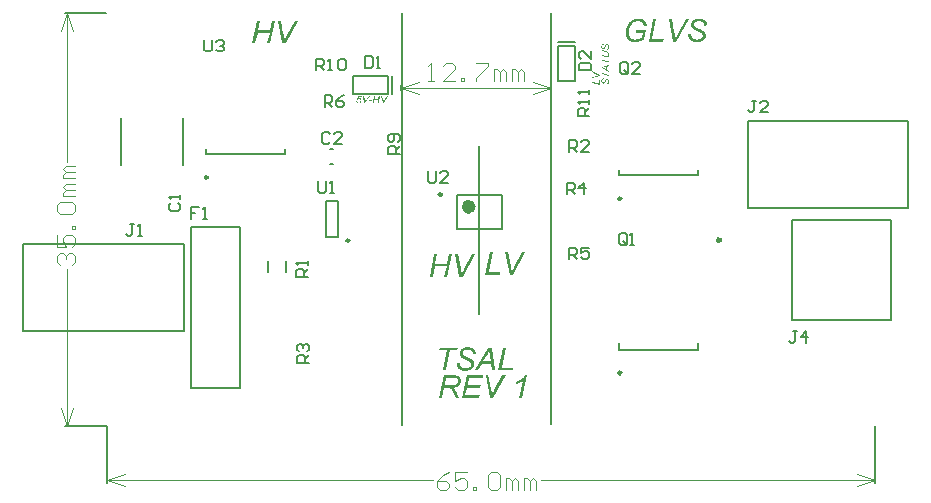
<source format=gto>
G04*
G04 #@! TF.GenerationSoftware,Altium Limited,Altium Designer,18.1.11 (251)*
G04*
G04 Layer_Color=65535*
%FSLAX25Y25*%
%MOIN*%
G70*
G01*
G75*
%ADD10C,0.00984*%
%ADD11C,0.02362*%
%ADD12C,0.01181*%
%ADD13C,0.00787*%
%ADD14C,0.00500*%
%ADD15C,0.00394*%
%ADD16C,0.00591*%
G36*
X54360Y127165D02*
X53365D01*
X54109Y130728D01*
X50174D01*
X49420Y127165D01*
X48425D01*
X50010Y134729D01*
X51005D01*
X50349Y131581D01*
X54284D01*
X54940Y134729D01*
X55945D01*
X54360Y127165D01*
D02*
G37*
G36*
X59443D02*
X58350D01*
X56907Y134729D01*
X57880D01*
X58754Y130215D01*
Y130204D01*
X58765Y130160D01*
X58776Y130095D01*
X58787Y130007D01*
X58809Y129909D01*
X58831Y129789D01*
X58852Y129657D01*
X58885Y129504D01*
X58929Y129198D01*
X58984Y128859D01*
X59027Y128542D01*
X59049Y128379D01*
X59071Y128236D01*
X59082Y128247D01*
X59093Y128280D01*
X59115Y128324D01*
X59148Y128400D01*
X59191Y128477D01*
X59235Y128575D01*
X59355Y128794D01*
X59475Y129034D01*
X59607Y129286D01*
X59738Y129537D01*
X59858Y129767D01*
X62547Y134729D01*
X63596D01*
X59443Y127165D01*
D02*
G37*
G36*
X120336Y25822D02*
X120434D01*
X120533Y25811D01*
X120642Y25789D01*
X120893Y25756D01*
X121145Y25701D01*
X121407Y25625D01*
X121658Y25516D01*
X121669D01*
X121691Y25505D01*
X121724Y25483D01*
X121768Y25461D01*
X121877Y25395D01*
X122008Y25297D01*
X122161Y25177D01*
X122314Y25035D01*
X122456Y24871D01*
X122576Y24685D01*
Y24674D01*
X122587Y24663D01*
X122620Y24598D01*
X122675Y24499D01*
X122729Y24368D01*
X122773Y24226D01*
X122828Y24062D01*
X122861Y23887D01*
X122871Y23712D01*
Y23701D01*
Y23668D01*
Y23625D01*
Y23548D01*
X121888Y23472D01*
Y23483D01*
Y23526D01*
Y23581D01*
X121877Y23658D01*
X121866Y23821D01*
X121844Y23898D01*
X121822Y23975D01*
Y23985D01*
X121800Y24029D01*
X121779Y24084D01*
X121746Y24160D01*
X121647Y24335D01*
X121582Y24423D01*
X121505Y24510D01*
X121494Y24521D01*
X121461Y24543D01*
X121418Y24587D01*
X121352Y24641D01*
X121265Y24696D01*
X121156Y24750D01*
X121035Y24805D01*
X120904Y24860D01*
X120882Y24871D01*
X120838Y24882D01*
X120762Y24904D01*
X120664Y24936D01*
X120543Y24958D01*
X120401Y24980D01*
X120237Y24991D01*
X120073Y25002D01*
X119997D01*
X119942Y24991D01*
X119866D01*
X119789Y24980D01*
X119603Y24958D01*
X119396Y24904D01*
X119177Y24838D01*
X118970Y24750D01*
X118784Y24619D01*
X118773Y24608D01*
X118729Y24565D01*
X118674Y24510D01*
X118620Y24423D01*
X118554Y24313D01*
X118500Y24182D01*
X118456Y24029D01*
X118445Y23865D01*
Y23854D01*
Y23821D01*
X118456Y23767D01*
X118467Y23701D01*
X118510Y23537D01*
X118543Y23450D01*
X118587Y23362D01*
X118598Y23351D01*
X118620Y23330D01*
X118652Y23286D01*
X118707Y23231D01*
X118773Y23166D01*
X118860Y23089D01*
X118970Y23013D01*
X119101Y22936D01*
X119112Y22925D01*
X119155Y22903D01*
X119243Y22860D01*
X119297Y22838D01*
X119363Y22805D01*
X119439Y22761D01*
X119538Y22717D01*
X119636Y22674D01*
X119756Y22619D01*
X119888Y22554D01*
X120041Y22488D01*
X120205Y22411D01*
X120379Y22335D01*
X120390D01*
X120412Y22324D01*
X120456Y22302D01*
X120511Y22280D01*
X120576Y22248D01*
X120653Y22215D01*
X120828Y22127D01*
X121002Y22040D01*
X121188Y21941D01*
X121363Y21854D01*
X121429Y21810D01*
X121494Y21767D01*
X121516Y21756D01*
X121560Y21723D01*
X121636Y21657D01*
X121735Y21581D01*
X121833Y21482D01*
X121942Y21373D01*
X122041Y21242D01*
X122128Y21100D01*
X122139Y21078D01*
X122161Y21034D01*
X122205Y20958D01*
X122248Y20849D01*
X122281Y20717D01*
X122325Y20575D01*
X122347Y20400D01*
X122358Y20225D01*
Y20215D01*
Y20193D01*
Y20160D01*
X122347Y20116D01*
X122336Y19996D01*
X122314Y19854D01*
X122259Y19668D01*
X122194Y19482D01*
X122106Y19275D01*
X121975Y19078D01*
Y19067D01*
X121953Y19056D01*
X121910Y18990D01*
X121822Y18903D01*
X121702Y18783D01*
X121560Y18663D01*
X121385Y18520D01*
X121177Y18400D01*
X120937Y18280D01*
X120926D01*
X120904Y18269D01*
X120871Y18258D01*
X120817Y18236D01*
X120762Y18214D01*
X120686Y18192D01*
X120598Y18171D01*
X120500Y18149D01*
X120281Y18094D01*
X120030Y18050D01*
X119735Y18018D01*
X119429Y18007D01*
X119308D01*
X119221Y18018D01*
X119112Y18029D01*
X118980Y18040D01*
X118838Y18050D01*
X118685Y18072D01*
X118357Y18138D01*
X118008Y18247D01*
X117833Y18302D01*
X117658Y18378D01*
X117494Y18466D01*
X117330Y18564D01*
X117319Y18575D01*
X117297Y18586D01*
X117253Y18630D01*
X117199Y18673D01*
X117144Y18739D01*
X117079Y18815D01*
X117002Y18914D01*
X116926Y19023D01*
X116849Y19154D01*
X116773Y19296D01*
X116707Y19460D01*
X116652Y19646D01*
X116598Y19854D01*
X116554Y20073D01*
X116532Y20313D01*
X116521Y20575D01*
X117516Y20674D01*
X117505Y20400D01*
Y20379D01*
Y20324D01*
X117516Y20247D01*
X117527Y20138D01*
X117549Y20007D01*
X117592Y19876D01*
X117636Y19734D01*
X117702Y19592D01*
X117712Y19581D01*
X117745Y19537D01*
X117789Y19471D01*
X117855Y19384D01*
X117953Y19296D01*
X118062Y19209D01*
X118193Y19111D01*
X118357Y19034D01*
X118368D01*
X118379Y19023D01*
X118445Y19001D01*
X118543Y18969D01*
X118674Y18936D01*
X118838Y18903D01*
X119024Y18870D01*
X119243Y18848D01*
X119472Y18837D01*
X119560D01*
X119625Y18848D01*
X119702D01*
X119789Y18859D01*
X119986Y18892D01*
X120215Y18936D01*
X120445Y19001D01*
X120664Y19100D01*
X120860Y19231D01*
X120871D01*
X120882Y19253D01*
X120937Y19307D01*
X121013Y19384D01*
X121101Y19493D01*
X121188Y19635D01*
X121265Y19788D01*
X121319Y19963D01*
X121341Y20051D01*
Y20149D01*
Y20160D01*
Y20204D01*
X121330Y20280D01*
X121309Y20357D01*
X121276Y20455D01*
X121232Y20564D01*
X121166Y20685D01*
X121079Y20794D01*
X121068Y20805D01*
X121024Y20849D01*
X120981Y20881D01*
X120937Y20914D01*
X120882Y20958D01*
X120806Y21001D01*
X120729Y21056D01*
X120620Y21111D01*
X120511Y21176D01*
X120379Y21253D01*
X120226Y21329D01*
X120062Y21406D01*
X119877Y21493D01*
X119669Y21581D01*
X119658D01*
X119625Y21603D01*
X119582Y21614D01*
X119527Y21646D01*
X119450Y21679D01*
X119374Y21712D01*
X119188Y21799D01*
X118980Y21898D01*
X118784Y21996D01*
X118598Y22095D01*
X118521Y22138D01*
X118456Y22182D01*
X118445D01*
X118434Y22193D01*
X118368Y22237D01*
X118281Y22302D01*
X118172Y22401D01*
X118051Y22499D01*
X117920Y22630D01*
X117800Y22761D01*
X117702Y22903D01*
X117691Y22925D01*
X117669Y22980D01*
X117625Y23056D01*
X117581Y23166D01*
X117538Y23308D01*
X117494Y23461D01*
X117472Y23625D01*
X117461Y23810D01*
Y23821D01*
Y23832D01*
Y23865D01*
Y23909D01*
X117483Y24018D01*
X117505Y24160D01*
X117538Y24324D01*
X117592Y24499D01*
X117669Y24685D01*
X117778Y24860D01*
Y24871D01*
X117789Y24882D01*
X117833Y24936D01*
X117909Y25024D01*
X118019Y25122D01*
X118150Y25242D01*
X118303Y25363D01*
X118489Y25483D01*
X118707Y25581D01*
X118718D01*
X118740Y25592D01*
X118773Y25603D01*
X118816Y25625D01*
X118871Y25636D01*
X118948Y25658D01*
X119112Y25712D01*
X119319Y25756D01*
X119560Y25789D01*
X119822Y25822D01*
X120106Y25833D01*
X120259D01*
X120336Y25822D01*
D02*
G37*
G36*
X131506Y18990D02*
X135419D01*
X135233Y18138D01*
X130326D01*
X131911Y25701D01*
X132905D01*
X131506Y18990D01*
D02*
G37*
G36*
X129342Y18138D02*
X128358D01*
X128009Y20313D01*
X124937D01*
X123724Y18138D01*
X122609D01*
X126894Y25701D01*
X128096D01*
X129342Y18138D01*
D02*
G37*
G36*
X116630Y24849D02*
X114171D01*
X112761Y18138D01*
X111767D01*
X113166Y24849D01*
X110630D01*
X110816Y25701D01*
X116805D01*
X116630Y24849D01*
D02*
G37*
G36*
X128654Y8898D02*
X127560D01*
X126118Y16461D01*
X127091D01*
X127965Y11947D01*
Y11936D01*
X127976Y11892D01*
X127987Y11827D01*
X127998Y11739D01*
X128019Y11641D01*
X128041Y11521D01*
X128063Y11390D01*
X128096Y11237D01*
X128140Y10931D01*
X128194Y10592D01*
X128238Y10275D01*
X128260Y10111D01*
X128282Y9969D01*
X128293Y9980D01*
X128304Y10012D01*
X128326Y10056D01*
X128358Y10133D01*
X128402Y10209D01*
X128446Y10308D01*
X128566Y10526D01*
X128686Y10767D01*
X128817Y11018D01*
X128949Y11270D01*
X129069Y11499D01*
X131758Y16461D01*
X132807D01*
X128654Y8898D01*
D02*
G37*
G36*
X138272D02*
X137343D01*
X138534Y14603D01*
X138523Y14592D01*
X138501Y14581D01*
X138458Y14548D01*
X138392Y14505D01*
X138316Y14450D01*
X138217Y14395D01*
X138097Y14319D01*
X137966Y14253D01*
X137824Y14177D01*
X137660Y14100D01*
X137485Y14013D01*
X137288Y13936D01*
X137070Y13849D01*
X136851Y13772D01*
X136610Y13696D01*
X136348Y13630D01*
X136523Y14472D01*
X136534D01*
X136556Y14483D01*
X136589Y14505D01*
X136643Y14527D01*
X136709Y14548D01*
X136785Y14581D01*
X136960Y14669D01*
X137168Y14767D01*
X137398Y14887D01*
X137649Y15029D01*
X137900Y15193D01*
X137911Y15204D01*
X137933Y15215D01*
X137966Y15237D01*
X138010Y15270D01*
X138130Y15357D01*
X138283Y15467D01*
X138447Y15587D01*
X138622Y15718D01*
X138786Y15849D01*
X138928Y15980D01*
X138939Y15991D01*
X138961Y16013D01*
X139004Y16068D01*
X139048Y16122D01*
X139102Y16199D01*
X139168Y16286D01*
X139245Y16385D01*
X139310Y16494D01*
X139857D01*
X138272Y8898D01*
D02*
G37*
G36*
X125101Y15609D02*
X120609D01*
X120117Y13237D01*
X124522D01*
X124336Y12384D01*
X119931D01*
X119385Y9750D01*
X124183D01*
X123997Y8898D01*
X118204D01*
X119789Y16461D01*
X125287D01*
X125101Y15609D01*
D02*
G37*
G36*
X115712Y16450D02*
X115920Y16439D01*
X116149Y16418D01*
X116379Y16396D01*
X116609Y16352D01*
X116805Y16297D01*
X116816D01*
X116827Y16286D01*
X116882Y16264D01*
X116980Y16221D01*
X117089Y16166D01*
X117210Y16090D01*
X117341Y15980D01*
X117461Y15860D01*
X117570Y15707D01*
X117581Y15685D01*
X117614Y15631D01*
X117658Y15532D01*
X117712Y15412D01*
X117767Y15248D01*
X117811Y15062D01*
X117844Y14854D01*
X117855Y14614D01*
Y14603D01*
Y14570D01*
Y14527D01*
X117844Y14461D01*
X117833Y14385D01*
X117822Y14286D01*
X117778Y14078D01*
X117702Y13827D01*
X117592Y13576D01*
X117527Y13444D01*
X117450Y13313D01*
X117352Y13193D01*
X117243Y13073D01*
X117232Y13062D01*
X117210Y13051D01*
X117177Y13018D01*
X117133Y12975D01*
X117068Y12931D01*
X116980Y12876D01*
X116882Y12811D01*
X116773Y12756D01*
X116652Y12690D01*
X116499Y12625D01*
X116346Y12559D01*
X116171Y12494D01*
X115975Y12439D01*
X115767Y12384D01*
X115538Y12330D01*
X115297Y12297D01*
X115319Y12286D01*
X115363Y12242D01*
X115439Y12188D01*
X115526Y12111D01*
X115636Y12013D01*
X115734Y11914D01*
X115833Y11805D01*
X115920Y11696D01*
X115931Y11685D01*
X115942Y11663D01*
X115964Y11630D01*
X115997Y11575D01*
X116040Y11521D01*
X116084Y11444D01*
X116193Y11270D01*
X116314Y11062D01*
X116434Y10832D01*
X116565Y10581D01*
X116674Y10318D01*
X117253Y8898D01*
X116128D01*
X115581Y10308D01*
Y10318D01*
X115570Y10340D01*
X115548Y10384D01*
X115526Y10439D01*
X115505Y10504D01*
X115472Y10581D01*
X115384Y10756D01*
X115286Y10963D01*
X115177Y11182D01*
X115046Y11401D01*
X114915Y11619D01*
X114903Y11641D01*
X114871Y11685D01*
X114816Y11750D01*
X114751Y11827D01*
X114674Y11914D01*
X114587Y11991D01*
X114488Y12067D01*
X114390Y12122D01*
X114379Y12133D01*
X114335Y12144D01*
X114270Y12166D01*
X114182Y12188D01*
X114062Y12209D01*
X113909Y12231D01*
X113723Y12253D01*
X112335D01*
X111625Y8898D01*
X110630D01*
X112215Y16461D01*
X115614D01*
X115712Y16450D01*
D02*
G37*
G36*
X90435Y107130D02*
X90103D01*
X90351Y108317D01*
X89040D01*
X88789Y107130D01*
X88458D01*
X88986Y109649D01*
X89317D01*
X89099Y108601D01*
X90409D01*
X90627Y109649D01*
X90962D01*
X90435Y107130D01*
D02*
G37*
G36*
X88247Y107887D02*
X87297D01*
X87362Y108197D01*
X88309D01*
X88247Y107887D01*
D02*
G37*
G36*
X92127Y107130D02*
X91763D01*
X91283Y109649D01*
X91607D01*
X91898Y108146D01*
Y108142D01*
X91901Y108128D01*
X91905Y108106D01*
X91909Y108077D01*
X91916Y108044D01*
X91923Y108004D01*
X91931Y107960D01*
X91941Y107909D01*
X91956Y107807D01*
X91974Y107694D01*
X91989Y107589D01*
X91996Y107534D01*
X92003Y107487D01*
X92007Y107491D01*
X92011Y107502D01*
X92018Y107516D01*
X92029Y107542D01*
X92044Y107567D01*
X92058Y107600D01*
X92098Y107673D01*
X92138Y107753D01*
X92182Y107836D01*
X92225Y107920D01*
X92265Y107997D01*
X93161Y109649D01*
X93510D01*
X92127Y107130D01*
D02*
G37*
G36*
X86067D02*
X85703D01*
X85222Y109649D01*
X85546D01*
X85837Y108146D01*
Y108142D01*
X85841Y108128D01*
X85844Y108106D01*
X85848Y108077D01*
X85856Y108044D01*
X85863Y108004D01*
X85870Y107960D01*
X85881Y107909D01*
X85896Y107807D01*
X85914Y107694D01*
X85928Y107589D01*
X85935Y107534D01*
X85943Y107487D01*
X85947Y107491D01*
X85950Y107502D01*
X85957Y107516D01*
X85968Y107542D01*
X85983Y107567D01*
X85997Y107600D01*
X86037Y107673D01*
X86077Y107753D01*
X86121Y107836D01*
X86165Y107920D01*
X86205Y107997D01*
X87100Y109649D01*
X87450D01*
X86067Y107130D01*
D02*
G37*
G36*
X84782Y109333D02*
X83821D01*
X83631Y108688D01*
X83635Y108692D01*
X83650Y108699D01*
X83671Y108714D01*
X83701Y108732D01*
X83733Y108750D01*
X83770Y108768D01*
X83850Y108805D01*
X83854Y108808D01*
X83868Y108812D01*
X83894Y108819D01*
X83923Y108826D01*
X83955Y108834D01*
X83995Y108837D01*
X84039Y108845D01*
X84112D01*
X84130Y108841D01*
X84156Y108837D01*
X84185Y108834D01*
X84250Y108819D01*
X84323Y108797D01*
X84403Y108765D01*
X84443Y108743D01*
X84483Y108717D01*
X84520Y108685D01*
X84556Y108652D01*
X84560Y108648D01*
X84563Y108644D01*
X84574Y108634D01*
X84585Y108615D01*
X84600Y108597D01*
X84614Y108575D01*
X84632Y108546D01*
X84651Y108517D01*
X84669Y108481D01*
X84687Y108441D01*
X84702Y108397D01*
X84716Y108350D01*
X84727Y108299D01*
X84738Y108248D01*
X84742Y108189D01*
X84745Y108128D01*
Y108124D01*
Y108117D01*
Y108098D01*
X84742Y108080D01*
Y108055D01*
X84738Y108022D01*
X84734Y107989D01*
X84731Y107953D01*
X84712Y107869D01*
X84691Y107782D01*
X84662Y107687D01*
X84618Y107593D01*
Y107589D01*
X84611Y107582D01*
X84603Y107571D01*
X84596Y107553D01*
X84567Y107509D01*
X84527Y107454D01*
X84476Y107392D01*
X84414Y107331D01*
X84345Y107272D01*
X84265Y107218D01*
X84261D01*
X84254Y107210D01*
X84243Y107207D01*
X84225Y107196D01*
X84206Y107188D01*
X84181Y107178D01*
X84123Y107152D01*
X84050Y107127D01*
X83970Y107108D01*
X83879Y107094D01*
X83784Y107087D01*
X83748D01*
X83708Y107090D01*
X83657Y107097D01*
X83595Y107108D01*
X83533Y107127D01*
X83468Y107149D01*
X83402Y107181D01*
X83395Y107185D01*
X83373Y107200D01*
X83344Y107221D01*
X83307Y107250D01*
X83267Y107290D01*
X83227Y107338D01*
X83187Y107389D01*
X83151Y107451D01*
Y107454D01*
X83147Y107458D01*
X83140Y107480D01*
X83126Y107516D01*
X83111Y107560D01*
X83096Y107611D01*
X83082Y107669D01*
X83074Y107731D01*
X83071Y107796D01*
Y107800D01*
Y107811D01*
Y107826D01*
Y107851D01*
X83384Y107884D01*
Y107880D01*
Y107873D01*
Y107847D01*
Y107818D01*
Y107807D01*
Y107800D01*
Y107796D01*
Y107782D01*
X83388Y107760D01*
X83391Y107731D01*
X83398Y107694D01*
X83406Y107654D01*
X83420Y107614D01*
X83438Y107571D01*
X83442Y107567D01*
X83449Y107553D01*
X83464Y107531D01*
X83478Y107505D01*
X83504Y107476D01*
X83530Y107447D01*
X83559Y107418D01*
X83595Y107392D01*
X83599Y107389D01*
X83613Y107385D01*
X83631Y107374D01*
X83657Y107363D01*
X83690Y107352D01*
X83726Y107345D01*
X83766Y107338D01*
X83806Y107334D01*
X83832D01*
X83861Y107338D01*
X83897Y107345D01*
X83941Y107360D01*
X83988Y107374D01*
X84043Y107400D01*
X84097Y107432D01*
X84105Y107436D01*
X84123Y107451D01*
X84152Y107473D01*
X84185Y107505D01*
X84225Y107545D01*
X84265Y107596D01*
X84305Y107654D01*
X84341Y107720D01*
Y107724D01*
X84345Y107727D01*
X84348Y107738D01*
X84356Y107753D01*
X84370Y107793D01*
X84389Y107840D01*
X84407Y107898D01*
X84421Y107964D01*
X84432Y108033D01*
X84436Y108102D01*
Y108106D01*
Y108113D01*
Y108124D01*
X84432Y108139D01*
X84429Y108175D01*
X84421Y108222D01*
X84403Y108277D01*
X84381Y108335D01*
X84352Y108390D01*
X84308Y108441D01*
X84301Y108448D01*
X84287Y108463D01*
X84258Y108481D01*
X84221Y108506D01*
X84174Y108528D01*
X84119Y108550D01*
X84054Y108564D01*
X83981Y108568D01*
X83959D01*
X83934Y108564D01*
X83897Y108561D01*
X83857Y108554D01*
X83813Y108539D01*
X83770Y108524D01*
X83722Y108503D01*
X83719Y108499D01*
X83701Y108492D01*
X83679Y108474D01*
X83650Y108455D01*
X83617Y108426D01*
X83577Y108393D01*
X83540Y108353D01*
X83500Y108310D01*
X83231Y108328D01*
X83610Y109616D01*
X84840D01*
X84782Y109333D01*
D02*
G37*
G36*
X165503Y126712D02*
X165499D01*
X165485D01*
X165466D01*
X165441Y126708D01*
X165386Y126705D01*
X165361Y126697D01*
X165335Y126690D01*
X165332D01*
X165317Y126683D01*
X165299Y126675D01*
X165273Y126665D01*
X165215Y126632D01*
X165186Y126610D01*
X165157Y126584D01*
X165153Y126581D01*
X165146Y126570D01*
X165131Y126555D01*
X165113Y126533D01*
X165095Y126504D01*
X165077Y126468D01*
X165059Y126428D01*
X165041Y126384D01*
X165037Y126377D01*
X165033Y126362D01*
X165026Y126337D01*
X165015Y126304D01*
X165008Y126264D01*
X165000Y126217D01*
X164997Y126162D01*
X164993Y126108D01*
Y126082D01*
X164997Y126064D01*
Y126039D01*
X165000Y126013D01*
X165008Y125951D01*
X165026Y125882D01*
X165048Y125809D01*
X165077Y125740D01*
X165121Y125678D01*
X165124Y125674D01*
X165139Y125660D01*
X165157Y125642D01*
X165186Y125624D01*
X165223Y125602D01*
X165266Y125584D01*
X165317Y125569D01*
X165372Y125565D01*
X165375D01*
X165386D01*
X165404Y125569D01*
X165426Y125573D01*
X165481Y125587D01*
X165510Y125598D01*
X165539Y125613D01*
X165543Y125616D01*
X165550Y125624D01*
X165565Y125634D01*
X165583Y125653D01*
X165605Y125674D01*
X165630Y125704D01*
X165656Y125740D01*
X165681Y125784D01*
X165685Y125787D01*
X165692Y125802D01*
X165707Y125831D01*
X165714Y125849D01*
X165725Y125871D01*
X165739Y125897D01*
X165754Y125929D01*
X165769Y125962D01*
X165787Y126002D01*
X165809Y126046D01*
X165830Y126097D01*
X165856Y126151D01*
X165881Y126209D01*
Y126213D01*
X165885Y126221D01*
X165892Y126235D01*
X165900Y126253D01*
X165910Y126275D01*
X165921Y126301D01*
X165951Y126359D01*
X165980Y126417D01*
X166012Y126479D01*
X166042Y126537D01*
X166056Y126559D01*
X166071Y126581D01*
X166074Y126588D01*
X166085Y126603D01*
X166107Y126628D01*
X166132Y126661D01*
X166165Y126694D01*
X166202Y126730D01*
X166245Y126763D01*
X166293Y126792D01*
X166300Y126796D01*
X166315Y126803D01*
X166340Y126817D01*
X166376Y126832D01*
X166420Y126843D01*
X166467Y126857D01*
X166526Y126865D01*
X166584Y126868D01*
X166588D01*
X166595D01*
X166606D01*
X166620Y126865D01*
X166660Y126861D01*
X166708Y126854D01*
X166770Y126836D01*
X166831Y126814D01*
X166901Y126785D01*
X166966Y126741D01*
X166970D01*
X166973Y126734D01*
X166995Y126719D01*
X167024Y126690D01*
X167064Y126650D01*
X167104Y126603D01*
X167152Y126544D01*
X167192Y126475D01*
X167232Y126395D01*
Y126392D01*
X167236Y126384D01*
X167239Y126373D01*
X167246Y126355D01*
X167254Y126337D01*
X167261Y126312D01*
X167268Y126282D01*
X167276Y126250D01*
X167294Y126177D01*
X167308Y126093D01*
X167319Y125995D01*
X167323Y125893D01*
Y125853D01*
X167319Y125824D01*
X167316Y125787D01*
X167312Y125744D01*
X167308Y125696D01*
X167301Y125645D01*
X167279Y125536D01*
X167243Y125420D01*
X167225Y125361D01*
X167199Y125303D01*
X167170Y125249D01*
X167137Y125194D01*
X167133Y125190D01*
X167130Y125183D01*
X167115Y125169D01*
X167101Y125150D01*
X167079Y125132D01*
X167053Y125110D01*
X167021Y125085D01*
X166984Y125059D01*
X166941Y125034D01*
X166893Y125008D01*
X166839Y124987D01*
X166777Y124968D01*
X166708Y124950D01*
X166635Y124935D01*
X166555Y124928D01*
X166467Y124925D01*
X166435Y125256D01*
X166526Y125252D01*
X166533D01*
X166551D01*
X166577Y125256D01*
X166613Y125259D01*
X166657Y125267D01*
X166700Y125281D01*
X166748Y125296D01*
X166795Y125318D01*
X166799Y125321D01*
X166813Y125332D01*
X166835Y125347D01*
X166864Y125369D01*
X166893Y125401D01*
X166922Y125438D01*
X166955Y125481D01*
X166981Y125536D01*
Y125540D01*
X166984Y125543D01*
X166992Y125565D01*
X167002Y125598D01*
X167013Y125642D01*
X167024Y125696D01*
X167035Y125758D01*
X167043Y125831D01*
X167046Y125907D01*
Y125937D01*
X167043Y125958D01*
Y125984D01*
X167039Y126013D01*
X167028Y126078D01*
X167013Y126155D01*
X166992Y126231D01*
X166959Y126304D01*
X166915Y126370D01*
Y126373D01*
X166908Y126377D01*
X166890Y126395D01*
X166864Y126421D01*
X166828Y126450D01*
X166780Y126479D01*
X166729Y126504D01*
X166671Y126523D01*
X166642Y126530D01*
X166609D01*
X166606D01*
X166591D01*
X166566Y126526D01*
X166540Y126519D01*
X166507Y126508D01*
X166471Y126494D01*
X166431Y126472D01*
X166395Y126443D01*
X166391Y126439D01*
X166376Y126424D01*
X166366Y126410D01*
X166355Y126395D01*
X166340Y126377D01*
X166325Y126351D01*
X166307Y126326D01*
X166289Y126290D01*
X166267Y126253D01*
X166242Y126209D01*
X166216Y126159D01*
X166191Y126104D01*
X166162Y126042D01*
X166132Y125973D01*
Y125969D01*
X166125Y125958D01*
X166122Y125944D01*
X166111Y125926D01*
X166100Y125900D01*
X166089Y125875D01*
X166060Y125813D01*
X166027Y125744D01*
X165994Y125678D01*
X165962Y125616D01*
X165947Y125591D01*
X165932Y125569D01*
Y125565D01*
X165929Y125562D01*
X165914Y125540D01*
X165892Y125511D01*
X165859Y125474D01*
X165827Y125434D01*
X165783Y125391D01*
X165739Y125350D01*
X165692Y125318D01*
X165685Y125314D01*
X165667Y125307D01*
X165641Y125292D01*
X165605Y125278D01*
X165557Y125263D01*
X165506Y125249D01*
X165452Y125241D01*
X165390Y125238D01*
X165386D01*
X165383D01*
X165372D01*
X165357D01*
X165321Y125245D01*
X165273Y125252D01*
X165219Y125263D01*
X165161Y125281D01*
X165099Y125307D01*
X165041Y125343D01*
X165037D01*
X165033Y125347D01*
X165015Y125361D01*
X164986Y125387D01*
X164953Y125423D01*
X164913Y125467D01*
X164873Y125518D01*
X164833Y125580D01*
X164800Y125653D01*
Y125656D01*
X164797Y125664D01*
X164793Y125674D01*
X164786Y125689D01*
X164782Y125707D01*
X164775Y125733D01*
X164757Y125787D01*
X164742Y125856D01*
X164731Y125937D01*
X164720Y126024D01*
X164717Y126119D01*
Y126170D01*
X164720Y126195D01*
Y126228D01*
X164724Y126260D01*
X164731Y126297D01*
X164742Y126381D01*
X164760Y126464D01*
X164786Y126552D01*
X164822Y126635D01*
Y126639D01*
X164826Y126646D01*
X164833Y126657D01*
X164840Y126672D01*
X164862Y126708D01*
X164895Y126752D01*
X164935Y126803D01*
X164982Y126854D01*
X165037Y126901D01*
X165099Y126941D01*
X165102D01*
X165106Y126945D01*
X165128Y126956D01*
X165161Y126974D01*
X165204Y126992D01*
X165252Y127007D01*
X165306Y127025D01*
X165365Y127036D01*
X165423Y127040D01*
X165426D01*
X165437D01*
X165452D01*
X165477D01*
X165503Y126712D01*
D02*
G37*
G36*
X166238Y124477D02*
X166242D01*
X166256Y124473D01*
X166274Y124470D01*
X166300Y124462D01*
X166333Y124455D01*
X166369Y124444D01*
X166409Y124433D01*
X166456Y124422D01*
X166551Y124393D01*
X166649Y124357D01*
X166748Y124317D01*
X166795Y124295D01*
X166839Y124269D01*
X166842D01*
X166850Y124262D01*
X166860Y124255D01*
X166875Y124248D01*
X166915Y124218D01*
X166966Y124178D01*
X167021Y124127D01*
X167079Y124066D01*
X167137Y123993D01*
X167192Y123913D01*
Y123909D01*
X167199Y123902D01*
X167203Y123891D01*
X167214Y123873D01*
X167221Y123851D01*
X167232Y123825D01*
X167246Y123796D01*
X167257Y123764D01*
X167283Y123683D01*
X167301Y123596D01*
X167316Y123494D01*
X167323Y123385D01*
Y123338D01*
X167319Y123312D01*
Y123283D01*
X167312Y123217D01*
X167301Y123141D01*
X167283Y123057D01*
X167261Y122974D01*
X167232Y122890D01*
Y122886D01*
X167228Y122883D01*
X167221Y122872D01*
X167214Y122857D01*
X167192Y122817D01*
X167163Y122773D01*
X167126Y122722D01*
X167083Y122671D01*
X167028Y122620D01*
X166970Y122577D01*
X166966D01*
X166963Y122573D01*
X166941Y122562D01*
X166904Y122544D01*
X166860Y122526D01*
X166802Y122508D01*
X166740Y122490D01*
X166668Y122478D01*
X166591Y122475D01*
X166584D01*
X166566D01*
X166533Y122478D01*
X166511Y122482D01*
X166486D01*
X166456Y122486D01*
X166424Y122493D01*
X166384Y122497D01*
X166344Y122504D01*
X166300Y122511D01*
X166249Y122522D01*
X166194Y122533D01*
X166136Y122544D01*
X164760Y122828D01*
Y123163D01*
X166311Y122846D01*
X166315D01*
X166318D01*
X166329Y122843D01*
X166344Y122839D01*
X166376Y122835D01*
X166420Y122828D01*
X166464Y122821D01*
X166511Y122813D01*
X166555Y122810D01*
X166595Y122806D01*
X166598D01*
X166602D01*
X166613D01*
X166628Y122810D01*
X166664Y122813D01*
X166711Y122828D01*
X166766Y122846D01*
X166821Y122875D01*
X166872Y122915D01*
X166897Y122937D01*
X166922Y122966D01*
Y122970D01*
X166926Y122974D01*
X166941Y122995D01*
X166963Y123028D01*
X166984Y123075D01*
X167006Y123134D01*
X167028Y123203D01*
X167043Y123279D01*
X167046Y123367D01*
Y123399D01*
X167043Y123436D01*
X167035Y123483D01*
X167024Y123538D01*
X167010Y123600D01*
X166988Y123662D01*
X166959Y123723D01*
Y123727D01*
X166955Y123731D01*
X166941Y123752D01*
X166922Y123782D01*
X166893Y123818D01*
X166857Y123862D01*
X166813Y123905D01*
X166762Y123945D01*
X166700Y123986D01*
X166697D01*
X166693Y123989D01*
X166682Y123996D01*
X166668Y124004D01*
X166649Y124011D01*
X166624Y124022D01*
X166598Y124033D01*
X166566Y124044D01*
X166529Y124058D01*
X166489Y124073D01*
X166442Y124087D01*
X166395Y124102D01*
X166340Y124117D01*
X166278Y124135D01*
X166216Y124149D01*
X166147Y124164D01*
X164760Y124451D01*
Y124786D01*
X166238Y124477D01*
D02*
G37*
G36*
X165044Y122420D02*
Y121601D01*
X167279Y121132D01*
Y120800D01*
X165044Y121266D01*
Y120422D01*
X164760Y120484D01*
Y122478D01*
X165044Y122420D01*
D02*
G37*
G36*
X167279Y119479D02*
X166555Y119363D01*
Y118340D01*
X167279Y117936D01*
Y117565D01*
X164760Y118991D01*
Y119392D01*
X167279Y119807D01*
Y119479D01*
D02*
G37*
G36*
X165044Y117921D02*
Y117102D01*
X167279Y116633D01*
Y116302D01*
X165044Y116767D01*
Y115923D01*
X164760Y115985D01*
Y117980D01*
X165044Y117921D01*
D02*
G37*
G36*
X164213Y116476D02*
Y116112D01*
X161694Y115632D01*
Y115956D01*
X163197Y116247D01*
X163201D01*
X163215Y116251D01*
X163237Y116254D01*
X163266Y116258D01*
X163299Y116265D01*
X163339Y116272D01*
X163383Y116280D01*
X163434Y116291D01*
X163536Y116305D01*
X163649Y116323D01*
X163754Y116338D01*
X163809Y116345D01*
X163856Y116352D01*
X163852Y116356D01*
X163841Y116360D01*
X163827Y116367D01*
X163802Y116378D01*
X163776Y116393D01*
X163743Y116407D01*
X163671Y116447D01*
X163590Y116487D01*
X163507Y116531D01*
X163423Y116575D01*
X163347Y116614D01*
X161694Y117510D01*
Y117859D01*
X164213Y116476D01*
D02*
G37*
G36*
Y115020D02*
Y113386D01*
X161694Y113914D01*
Y114245D01*
X163929Y113779D01*
Y115082D01*
X164213Y115020D01*
D02*
G37*
G36*
X165503Y115173D02*
X165499D01*
X165485D01*
X165466D01*
X165441Y115169D01*
X165386Y115166D01*
X165361Y115158D01*
X165335Y115151D01*
X165332D01*
X165317Y115144D01*
X165299Y115137D01*
X165273Y115126D01*
X165215Y115093D01*
X165186Y115071D01*
X165157Y115046D01*
X165153Y115042D01*
X165146Y115031D01*
X165131Y115017D01*
X165113Y114995D01*
X165095Y114966D01*
X165077Y114929D01*
X165059Y114889D01*
X165041Y114846D01*
X165037Y114838D01*
X165033Y114824D01*
X165026Y114798D01*
X165015Y114765D01*
X165008Y114725D01*
X165000Y114678D01*
X164997Y114623D01*
X164993Y114569D01*
Y114543D01*
X164997Y114525D01*
Y114500D01*
X165000Y114474D01*
X165008Y114412D01*
X165026Y114343D01*
X165048Y114270D01*
X165077Y114201D01*
X165121Y114139D01*
X165124Y114136D01*
X165139Y114121D01*
X165157Y114103D01*
X165186Y114085D01*
X165223Y114063D01*
X165266Y114045D01*
X165317Y114030D01*
X165372Y114026D01*
X165375D01*
X165386D01*
X165404Y114030D01*
X165426Y114034D01*
X165481Y114048D01*
X165510Y114059D01*
X165539Y114074D01*
X165543Y114077D01*
X165550Y114085D01*
X165565Y114096D01*
X165583Y114114D01*
X165605Y114136D01*
X165630Y114165D01*
X165656Y114201D01*
X165681Y114245D01*
X165685Y114249D01*
X165692Y114263D01*
X165707Y114292D01*
X165714Y114310D01*
X165725Y114332D01*
X165739Y114358D01*
X165754Y114391D01*
X165769Y114423D01*
X165787Y114463D01*
X165809Y114507D01*
X165830Y114558D01*
X165856Y114612D01*
X165881Y114671D01*
Y114674D01*
X165885Y114682D01*
X165892Y114696D01*
X165900Y114714D01*
X165910Y114736D01*
X165921Y114762D01*
X165951Y114820D01*
X165980Y114878D01*
X166012Y114940D01*
X166042Y114998D01*
X166056Y115020D01*
X166071Y115042D01*
X166074Y115049D01*
X166085Y115064D01*
X166107Y115089D01*
X166132Y115122D01*
X166165Y115155D01*
X166202Y115191D01*
X166245Y115224D01*
X166293Y115253D01*
X166300Y115257D01*
X166315Y115264D01*
X166340Y115279D01*
X166376Y115293D01*
X166420Y115304D01*
X166467Y115319D01*
X166526Y115326D01*
X166584Y115330D01*
X166588D01*
X166595D01*
X166606D01*
X166620Y115326D01*
X166660Y115322D01*
X166708Y115315D01*
X166770Y115297D01*
X166831Y115275D01*
X166901Y115246D01*
X166966Y115202D01*
X166970D01*
X166973Y115195D01*
X166995Y115180D01*
X167024Y115151D01*
X167064Y115111D01*
X167104Y115064D01*
X167152Y115006D01*
X167192Y114936D01*
X167232Y114856D01*
Y114853D01*
X167236Y114846D01*
X167239Y114834D01*
X167246Y114816D01*
X167254Y114798D01*
X167261Y114773D01*
X167268Y114744D01*
X167276Y114711D01*
X167294Y114638D01*
X167308Y114554D01*
X167319Y114456D01*
X167323Y114354D01*
Y114314D01*
X167319Y114285D01*
X167316Y114249D01*
X167312Y114205D01*
X167308Y114157D01*
X167301Y114107D01*
X167279Y113997D01*
X167243Y113881D01*
X167225Y113823D01*
X167199Y113764D01*
X167170Y113710D01*
X167137Y113655D01*
X167133Y113652D01*
X167130Y113644D01*
X167115Y113630D01*
X167101Y113611D01*
X167079Y113593D01*
X167053Y113572D01*
X167021Y113546D01*
X166984Y113521D01*
X166941Y113495D01*
X166893Y113470D01*
X166839Y113448D01*
X166777Y113429D01*
X166708Y113411D01*
X166635Y113397D01*
X166555Y113390D01*
X166467Y113386D01*
X166435Y113717D01*
X166526Y113713D01*
X166533D01*
X166551D01*
X166577Y113717D01*
X166613Y113721D01*
X166657Y113728D01*
X166700Y113743D01*
X166748Y113757D01*
X166795Y113779D01*
X166799Y113783D01*
X166813Y113794D01*
X166835Y113808D01*
X166864Y113830D01*
X166893Y113863D01*
X166922Y113899D01*
X166955Y113943D01*
X166981Y113997D01*
Y114001D01*
X166984Y114005D01*
X166992Y114026D01*
X167002Y114059D01*
X167013Y114103D01*
X167024Y114157D01*
X167035Y114219D01*
X167043Y114292D01*
X167046Y114369D01*
Y114398D01*
X167043Y114420D01*
Y114445D01*
X167039Y114474D01*
X167028Y114540D01*
X167013Y114616D01*
X166992Y114693D01*
X166959Y114765D01*
X166915Y114831D01*
Y114834D01*
X166908Y114838D01*
X166890Y114856D01*
X166864Y114882D01*
X166828Y114911D01*
X166780Y114940D01*
X166729Y114966D01*
X166671Y114984D01*
X166642Y114991D01*
X166609D01*
X166606D01*
X166591D01*
X166566Y114987D01*
X166540Y114980D01*
X166507Y114969D01*
X166471Y114955D01*
X166431Y114933D01*
X166395Y114904D01*
X166391Y114900D01*
X166376Y114885D01*
X166366Y114871D01*
X166355Y114856D01*
X166340Y114838D01*
X166325Y114813D01*
X166307Y114787D01*
X166289Y114751D01*
X166267Y114714D01*
X166242Y114671D01*
X166216Y114620D01*
X166191Y114565D01*
X166162Y114503D01*
X166132Y114434D01*
Y114430D01*
X166125Y114420D01*
X166122Y114405D01*
X166111Y114387D01*
X166100Y114361D01*
X166089Y114336D01*
X166060Y114274D01*
X166027Y114205D01*
X165994Y114139D01*
X165962Y114077D01*
X165947Y114052D01*
X165932Y114030D01*
Y114026D01*
X165929Y114023D01*
X165914Y114001D01*
X165892Y113972D01*
X165859Y113935D01*
X165827Y113895D01*
X165783Y113852D01*
X165739Y113812D01*
X165692Y113779D01*
X165685Y113775D01*
X165667Y113768D01*
X165641Y113753D01*
X165605Y113739D01*
X165557Y113724D01*
X165506Y113710D01*
X165452Y113702D01*
X165390Y113699D01*
X165386D01*
X165383D01*
X165372D01*
X165357D01*
X165321Y113706D01*
X165273Y113713D01*
X165219Y113724D01*
X165161Y113743D01*
X165099Y113768D01*
X165041Y113804D01*
X165037D01*
X165033Y113808D01*
X165015Y113823D01*
X164986Y113848D01*
X164953Y113884D01*
X164913Y113928D01*
X164873Y113979D01*
X164833Y114041D01*
X164800Y114114D01*
Y114118D01*
X164797Y114125D01*
X164793Y114136D01*
X164786Y114150D01*
X164782Y114168D01*
X164775Y114194D01*
X164757Y114249D01*
X164742Y114318D01*
X164731Y114398D01*
X164720Y114485D01*
X164717Y114580D01*
Y114631D01*
X164720Y114656D01*
Y114689D01*
X164724Y114722D01*
X164731Y114758D01*
X164742Y114842D01*
X164760Y114926D01*
X164786Y115013D01*
X164822Y115097D01*
Y115100D01*
X164826Y115108D01*
X164833Y115119D01*
X164840Y115133D01*
X164862Y115169D01*
X164895Y115213D01*
X164935Y115264D01*
X164982Y115315D01*
X165037Y115362D01*
X165099Y115402D01*
X165102D01*
X165106Y115406D01*
X165128Y115417D01*
X165161Y115435D01*
X165204Y115453D01*
X165252Y115468D01*
X165306Y115486D01*
X165365Y115497D01*
X165423Y115501D01*
X165426D01*
X165437D01*
X165452D01*
X165477D01*
X165503Y115173D01*
D02*
G37*
G36*
X113415Y49213D02*
X112421D01*
X113164Y52776D01*
X109229D01*
X108475Y49213D01*
X107480D01*
X109065Y56776D01*
X110060D01*
X109404Y53628D01*
X113339D01*
X113995Y56776D01*
X115000D01*
X113415Y49213D01*
D02*
G37*
G36*
X118498D02*
X117405D01*
X115962Y56776D01*
X116935D01*
X117809Y52262D01*
Y52251D01*
X117820Y52207D01*
X117831Y52142D01*
X117842Y52054D01*
X117864Y51956D01*
X117886Y51836D01*
X117908Y51705D01*
X117940Y51552D01*
X117984Y51246D01*
X118039Y50907D01*
X118082Y50590D01*
X118104Y50426D01*
X118126Y50284D01*
X118137Y50295D01*
X118148Y50327D01*
X118170Y50371D01*
X118203Y50448D01*
X118246Y50524D01*
X118290Y50623D01*
X118410Y50841D01*
X118530Y51082D01*
X118662Y51333D01*
X118793Y51584D01*
X118913Y51814D01*
X121602Y56776D01*
X122651D01*
X118498Y49213D01*
D02*
G37*
G36*
X135264Y50000D02*
X134171D01*
X132728Y57564D01*
X133701D01*
X134575Y53049D01*
Y53039D01*
X134586Y52995D01*
X134597Y52929D01*
X134608Y52842D01*
X134630Y52743D01*
X134652Y52623D01*
X134674Y52492D01*
X134706Y52339D01*
X134750Y52033D01*
X134805Y51694D01*
X134848Y51377D01*
X134870Y51213D01*
X134892Y51071D01*
X134903Y51082D01*
X134914Y51115D01*
X134936Y51159D01*
X134969Y51235D01*
X135012Y51312D01*
X135056Y51410D01*
X135176Y51629D01*
X135297Y51869D01*
X135428Y52120D01*
X135559Y52372D01*
X135679Y52601D01*
X138368Y57564D01*
X139417D01*
X135264Y50000D01*
D02*
G37*
G36*
X127165Y50853D02*
X131078D01*
X130892Y50000D01*
X125984D01*
X127569Y57564D01*
X128564D01*
X127165Y50853D01*
D02*
G37*
G36*
X197515Y135374D02*
X197613D01*
X197711Y135363D01*
X197821Y135341D01*
X198072Y135308D01*
X198323Y135254D01*
X198586Y135177D01*
X198837Y135068D01*
X198848D01*
X198870Y135057D01*
X198903Y135035D01*
X198946Y135013D01*
X199056Y134948D01*
X199187Y134849D01*
X199340Y134729D01*
X199493Y134587D01*
X199635Y134423D01*
X199755Y134237D01*
Y134226D01*
X199766Y134215D01*
X199799Y134150D01*
X199854Y134052D01*
X199908Y133920D01*
X199952Y133778D01*
X200007Y133614D01*
X200039Y133439D01*
X200050Y133265D01*
Y133254D01*
Y133221D01*
Y133177D01*
Y133101D01*
X199067Y133024D01*
Y133035D01*
Y133079D01*
Y133133D01*
X199056Y133210D01*
X199045Y133374D01*
X199023Y133450D01*
X199001Y133527D01*
Y133538D01*
X198979Y133581D01*
X198957Y133636D01*
X198925Y133713D01*
X198826Y133888D01*
X198761Y133975D01*
X198684Y134062D01*
X198673Y134073D01*
X198640Y134095D01*
X198597Y134139D01*
X198531Y134194D01*
X198444Y134248D01*
X198334Y134303D01*
X198214Y134358D01*
X198083Y134412D01*
X198061Y134423D01*
X198017Y134434D01*
X197941Y134456D01*
X197843Y134489D01*
X197722Y134511D01*
X197580Y134532D01*
X197416Y134543D01*
X197252Y134554D01*
X197176D01*
X197121Y134543D01*
X197045D01*
X196968Y134532D01*
X196782Y134511D01*
X196575Y134456D01*
X196356Y134390D01*
X196148Y134303D01*
X195963Y134172D01*
X195952Y134161D01*
X195908Y134117D01*
X195853Y134062D01*
X195799Y133975D01*
X195733Y133866D01*
X195678Y133735D01*
X195635Y133581D01*
X195624Y133417D01*
Y133407D01*
Y133374D01*
X195635Y133319D01*
X195646Y133254D01*
X195689Y133090D01*
X195722Y133002D01*
X195766Y132915D01*
X195777Y132904D01*
X195799Y132882D01*
X195831Y132838D01*
X195886Y132784D01*
X195952Y132718D01*
X196039Y132641D01*
X196148Y132565D01*
X196280Y132489D01*
X196290Y132478D01*
X196334Y132456D01*
X196422Y132412D01*
X196476Y132390D01*
X196542Y132357D01*
X196618Y132314D01*
X196717Y132270D01*
X196815Y132226D01*
X196935Y132171D01*
X197066Y132106D01*
X197220Y132040D01*
X197383Y131964D01*
X197558Y131887D01*
X197569D01*
X197591Y131876D01*
X197635Y131854D01*
X197689Y131833D01*
X197755Y131800D01*
X197831Y131767D01*
X198006Y131680D01*
X198181Y131592D01*
X198367Y131494D01*
X198542Y131406D01*
X198608Y131363D01*
X198673Y131319D01*
X198695Y131308D01*
X198739Y131275D01*
X198815Y131210D01*
X198914Y131133D01*
X199012Y131035D01*
X199121Y130926D01*
X199220Y130794D01*
X199307Y130652D01*
X199318Y130630D01*
X199340Y130587D01*
X199384Y130510D01*
X199427Y130401D01*
X199460Y130270D01*
X199504Y130128D01*
X199526Y129953D01*
X199537Y129778D01*
Y129767D01*
Y129745D01*
Y129712D01*
X199526Y129669D01*
X199515Y129548D01*
X199493Y129406D01*
X199438Y129220D01*
X199373Y129035D01*
X199285Y128827D01*
X199154Y128630D01*
Y128619D01*
X199132Y128608D01*
X199089Y128543D01*
X199001Y128455D01*
X198881Y128335D01*
X198739Y128215D01*
X198564Y128073D01*
X198356Y127953D01*
X198116Y127832D01*
X198105D01*
X198083Y127821D01*
X198050Y127810D01*
X197995Y127789D01*
X197941Y127767D01*
X197864Y127745D01*
X197777Y127723D01*
X197678Y127701D01*
X197460Y127647D01*
X197208Y127603D01*
X196913Y127570D01*
X196607Y127559D01*
X196487D01*
X196400Y127570D01*
X196290Y127581D01*
X196159Y127592D01*
X196017Y127603D01*
X195864Y127625D01*
X195536Y127690D01*
X195186Y127799D01*
X195012Y127854D01*
X194837Y127931D01*
X194673Y128018D01*
X194509Y128117D01*
X194498Y128127D01*
X194476Y128138D01*
X194432Y128182D01*
X194378Y128226D01*
X194323Y128291D01*
X194257Y128368D01*
X194181Y128466D01*
X194104Y128576D01*
X194028Y128707D01*
X193951Y128849D01*
X193886Y129013D01*
X193831Y129199D01*
X193777Y129406D01*
X193733Y129625D01*
X193711Y129865D01*
X193700Y130128D01*
X194695Y130226D01*
X194684Y129953D01*
Y129931D01*
Y129876D01*
X194695Y129800D01*
X194706Y129690D01*
X194727Y129559D01*
X194771Y129428D01*
X194815Y129286D01*
X194880Y129144D01*
X194891Y129133D01*
X194924Y129089D01*
X194968Y129024D01*
X195034Y128936D01*
X195132Y128849D01*
X195241Y128761D01*
X195372Y128663D01*
X195536Y128586D01*
X195547D01*
X195558Y128576D01*
X195624Y128554D01*
X195722Y128521D01*
X195853Y128488D01*
X196017Y128455D01*
X196203Y128422D01*
X196422Y128401D01*
X196651Y128390D01*
X196739D01*
X196804Y128401D01*
X196881D01*
X196968Y128412D01*
X197165Y128444D01*
X197394Y128488D01*
X197624Y128554D01*
X197843Y128652D01*
X198039Y128783D01*
X198050D01*
X198061Y128805D01*
X198116Y128860D01*
X198192Y128936D01*
X198280Y129045D01*
X198367Y129188D01*
X198444Y129341D01*
X198498Y129516D01*
X198520Y129603D01*
Y129701D01*
Y129712D01*
Y129756D01*
X198509Y129832D01*
X198487Y129909D01*
X198455Y130007D01*
X198411Y130117D01*
X198345Y130237D01*
X198258Y130346D01*
X198247Y130357D01*
X198203Y130401D01*
X198159Y130434D01*
X198116Y130466D01*
X198061Y130510D01*
X197985Y130554D01*
X197908Y130608D01*
X197799Y130663D01*
X197689Y130729D01*
X197558Y130805D01*
X197405Y130882D01*
X197241Y130958D01*
X197055Y131046D01*
X196848Y131133D01*
X196837D01*
X196804Y131155D01*
X196760Y131166D01*
X196706Y131199D01*
X196629Y131231D01*
X196553Y131264D01*
X196367Y131352D01*
X196159Y131450D01*
X195963Y131549D01*
X195777Y131647D01*
X195700Y131691D01*
X195635Y131734D01*
X195624D01*
X195613Y131745D01*
X195547Y131789D01*
X195460Y131854D01*
X195350Y131953D01*
X195230Y132051D01*
X195099Y132182D01*
X194979Y132314D01*
X194880Y132456D01*
X194869Y132478D01*
X194848Y132532D01*
X194804Y132609D01*
X194760Y132718D01*
X194717Y132860D01*
X194673Y133013D01*
X194651Y133177D01*
X194640Y133363D01*
Y133374D01*
Y133385D01*
Y133417D01*
Y133461D01*
X194662Y133571D01*
X194684Y133713D01*
X194717Y133877D01*
X194771Y134052D01*
X194848Y134237D01*
X194957Y134412D01*
Y134423D01*
X194968Y134434D01*
X195012Y134489D01*
X195088Y134576D01*
X195197Y134675D01*
X195329Y134795D01*
X195482Y134915D01*
X195667Y135035D01*
X195886Y135134D01*
X195897D01*
X195919Y135144D01*
X195952Y135155D01*
X195995Y135177D01*
X196050Y135188D01*
X196126Y135210D01*
X196290Y135265D01*
X196498Y135308D01*
X196739Y135341D01*
X197001Y135374D01*
X197285Y135385D01*
X197438D01*
X197515Y135374D01*
D02*
G37*
G36*
X177196D02*
X177272D01*
X177469Y135352D01*
X177688Y135308D01*
X177928Y135265D01*
X178179Y135188D01*
X178420Y135090D01*
X178431D01*
X178453Y135079D01*
X178485Y135057D01*
X178529Y135035D01*
X178639Y134970D01*
X178781Y134882D01*
X178945Y134773D01*
X179109Y134631D01*
X179262Y134478D01*
X179404Y134303D01*
X179414Y134281D01*
X179458Y134215D01*
X179524Y134106D01*
X179600Y133964D01*
X179677Y133789D01*
X179764Y133571D01*
X179830Y133319D01*
X179895Y133046D01*
X178912Y132926D01*
Y132937D01*
X178901Y132958D01*
X178890Y133002D01*
X178879Y133057D01*
X178857Y133122D01*
X178835Y133199D01*
X178770Y133374D01*
X178682Y133571D01*
X178573Y133767D01*
X178431Y133953D01*
X178256Y134128D01*
X178245D01*
X178234Y134150D01*
X178201Y134172D01*
X178168Y134194D01*
X178059Y134259D01*
X177906Y134347D01*
X177720Y134423D01*
X177491Y134489D01*
X177239Y134532D01*
X176955Y134554D01*
X176879D01*
X176813Y134543D01*
X176748D01*
X176660Y134532D01*
X176562Y134521D01*
X176453Y134500D01*
X176223Y134445D01*
X175961Y134369D01*
X175698Y134259D01*
X175425Y134106D01*
X175414D01*
X175392Y134084D01*
X175359Y134062D01*
X175305Y134019D01*
X175174Y133920D01*
X175021Y133767D01*
X174835Y133581D01*
X174649Y133341D01*
X174463Y133068D01*
X174288Y132751D01*
Y132740D01*
X174267Y132707D01*
X174245Y132663D01*
X174223Y132587D01*
X174190Y132510D01*
X174157Y132401D01*
X174113Y132281D01*
X174081Y132150D01*
X174037Y132008D01*
X173993Y131854D01*
X173960Y131680D01*
X173928Y131505D01*
X173884Y131111D01*
X173862Y130696D01*
Y130685D01*
Y130641D01*
Y130587D01*
X173873Y130510D01*
X173884Y130412D01*
X173895Y130303D01*
X173906Y130182D01*
X173928Y130051D01*
X173993Y129778D01*
X174102Y129494D01*
X174157Y129352D01*
X174234Y129209D01*
X174321Y129089D01*
X174419Y128969D01*
X174430Y128958D01*
X174441Y128947D01*
X174474Y128914D01*
X174529Y128882D01*
X174583Y128838D01*
X174649Y128783D01*
X174736Y128729D01*
X174824Y128685D01*
X174933Y128630D01*
X175053Y128576D01*
X175174Y128521D01*
X175316Y128477D01*
X175622Y128412D01*
X175797Y128401D01*
X175972Y128390D01*
X176070D01*
X176146Y128401D01*
X176234Y128412D01*
X176343Y128422D01*
X176474Y128444D01*
X176616Y128466D01*
X176769Y128510D01*
X176933Y128543D01*
X177108Y128597D01*
X177294Y128663D01*
X177480Y128740D01*
X177688Y128827D01*
X177895Y128925D01*
X178103Y129035D01*
X178442Y130674D01*
X176136D01*
X176310Y131527D01*
X179633D01*
X178977Y128434D01*
X178966D01*
X178945Y128412D01*
X178912Y128401D01*
X178868Y128368D01*
X178813Y128335D01*
X178737Y128302D01*
X178562Y128215D01*
X178354Y128106D01*
X178114Y128007D01*
X177851Y127898D01*
X177556Y127799D01*
X177545D01*
X177524Y127789D01*
X177480Y127778D01*
X177425Y127767D01*
X177349Y127745D01*
X177261Y127723D01*
X177163Y127701D01*
X177065Y127679D01*
X176824Y127636D01*
X176551Y127592D01*
X176278Y127570D01*
X175982Y127559D01*
X175906D01*
X175830Y127570D01*
X175709D01*
X175578Y127592D01*
X175414Y127614D01*
X175239Y127647D01*
X175053Y127679D01*
X174857Y127734D01*
X174649Y127799D01*
X174452Y127887D01*
X174245Y127974D01*
X174048Y128095D01*
X173851Y128226D01*
X173676Y128379D01*
X173512Y128554D01*
X173501Y128565D01*
X173479Y128597D01*
X173447Y128641D01*
X173403Y128707D01*
X173359Y128794D01*
X173294Y128893D01*
X173239Y129002D01*
X173173Y129144D01*
X173108Y129286D01*
X173053Y129450D01*
X172988Y129625D01*
X172944Y129822D01*
X172900Y130029D01*
X172867Y130248D01*
X172846Y130477D01*
X172835Y130718D01*
Y130729D01*
Y130783D01*
Y130849D01*
X172846Y130947D01*
X172856Y131068D01*
X172867Y131210D01*
X172889Y131363D01*
X172911Y131538D01*
X172944Y131723D01*
X172977Y131920D01*
X173086Y132335D01*
X173162Y132543D01*
X173239Y132762D01*
X173327Y132980D01*
X173436Y133188D01*
X173447Y133199D01*
X173469Y133243D01*
X173501Y133297D01*
X173545Y133374D01*
X173600Y133461D01*
X173676Y133571D01*
X173753Y133691D01*
X173851Y133822D01*
X174070Y134084D01*
X174321Y134369D01*
X174616Y134620D01*
X174780Y134740D01*
X174944Y134849D01*
X174955Y134860D01*
X174988Y134871D01*
X175032Y134904D01*
X175108Y134937D01*
X175196Y134970D01*
X175294Y135024D01*
X175414Y135068D01*
X175545Y135123D01*
X175687Y135166D01*
X175851Y135221D01*
X176015Y135265D01*
X176190Y135298D01*
X176573Y135363D01*
X176780Y135374D01*
X176988Y135385D01*
X177119D01*
X177196Y135374D01*
D02*
G37*
G36*
X189754Y127690D02*
X188661D01*
X187218Y135254D01*
X188191D01*
X189066Y130740D01*
Y130729D01*
X189077Y130685D01*
X189088Y130620D01*
X189099Y130532D01*
X189120Y130434D01*
X189142Y130313D01*
X189164Y130182D01*
X189197Y130029D01*
X189241Y129723D01*
X189295Y129384D01*
X189339Y129067D01*
X189361Y128903D01*
X189383Y128761D01*
X189394Y128772D01*
X189404Y128805D01*
X189426Y128849D01*
X189459Y128925D01*
X189503Y129002D01*
X189547Y129100D01*
X189667Y129319D01*
X189787Y129559D01*
X189918Y129811D01*
X190049Y130062D01*
X190170Y130292D01*
X192858Y135254D01*
X193908D01*
X189754Y127690D01*
D02*
G37*
G36*
X181655Y128543D02*
X185568D01*
X185382Y127690D01*
X180475D01*
X182060Y135254D01*
X183054D01*
X181655Y128543D01*
D02*
G37*
%LPC*%
G36*
X127364Y24871D02*
Y24860D01*
X127353Y24838D01*
X127342Y24805D01*
X127320Y24750D01*
X127287Y24696D01*
X127254Y24619D01*
X127222Y24532D01*
X127167Y24433D01*
X127069Y24204D01*
X126937Y23942D01*
X126784Y23647D01*
X126610Y23330D01*
X125374Y21089D01*
X127877D01*
X127582Y22991D01*
Y23002D01*
X127571Y23045D01*
Y23100D01*
X127550Y23177D01*
X127539Y23275D01*
X127528Y23384D01*
X127506Y23515D01*
X127495Y23647D01*
X127451Y23942D01*
X127418Y24259D01*
X127386Y24576D01*
X127364Y24871D01*
D02*
G37*
G36*
X115712Y15631D02*
X113034D01*
X112499Y13073D01*
X114434D01*
X114641Y13084D01*
X115035D01*
X115111Y13095D01*
X115199D01*
X115231Y13106D01*
X115275D01*
X115374Y13127D01*
X115505Y13149D01*
X115658Y13182D01*
X115811Y13226D01*
X115975Y13281D01*
X116117Y13346D01*
X116139Y13357D01*
X116182Y13379D01*
X116248Y13434D01*
X116324Y13488D01*
X116423Y13576D01*
X116510Y13663D01*
X116609Y13772D01*
X116685Y13893D01*
X116696Y13904D01*
X116718Y13947D01*
X116751Y14024D01*
X116794Y14111D01*
X116827Y14221D01*
X116860Y14341D01*
X116882Y14483D01*
X116893Y14625D01*
Y14636D01*
Y14680D01*
X116882Y14745D01*
X116871Y14822D01*
X116860Y14909D01*
X116827Y15008D01*
X116794Y15095D01*
X116740Y15193D01*
X116729Y15204D01*
X116707Y15237D01*
X116674Y15281D01*
X116630Y15335D01*
X116576Y15390D01*
X116510Y15445D01*
X116423Y15488D01*
X116335Y15532D01*
X116324D01*
X116292Y15543D01*
X116226Y15565D01*
X116139Y15587D01*
X116029Y15598D01*
X115887Y15620D01*
X115712Y15631D01*
D02*
G37*
G36*
X166296Y119319D02*
X165663Y119221D01*
X165659D01*
X165645Y119217D01*
X165627D01*
X165601Y119210D01*
X165568Y119206D01*
X165532Y119202D01*
X165488Y119195D01*
X165445Y119192D01*
X165346Y119177D01*
X165241Y119166D01*
X165135Y119155D01*
X165037Y119148D01*
X165041D01*
X165048Y119144D01*
X165059Y119141D01*
X165077Y119133D01*
X165095Y119123D01*
X165121Y119112D01*
X165150Y119101D01*
X165182Y119082D01*
X165259Y119050D01*
X165346Y119006D01*
X165445Y118955D01*
X165550Y118897D01*
X166296Y118485D01*
Y119319D01*
D02*
G37*
%LPD*%
D10*
X111516Y76713D02*
G03*
X111516Y76713I-492J0D01*
G01*
X171339Y17323D02*
G03*
X171339Y17323I-492J0D01*
G01*
X171339Y75394D02*
G03*
X171339Y75394I-492J0D01*
G01*
X33543Y82480D02*
G03*
X33543Y82480I-492J0D01*
G01*
X80709Y61417D02*
G03*
X80709Y61417I-492J0D01*
G01*
D11*
X121653Y72638D02*
G03*
X121653Y72638I-1181J0D01*
G01*
D12*
X204449Y61602D02*
G03*
X204449Y61602I-551J0D01*
G01*
D13*
X156004Y114567D02*
Y126378D01*
X150098D02*
X156004D01*
X150098Y114567D02*
Y126378D01*
Y114567D02*
X156004D01*
X150098Y127559D02*
X156004D01*
X81890Y110335D02*
X93701D01*
Y116240D01*
X81890D02*
X93701D01*
X81890Y110335D02*
Y116240D01*
X94882Y110335D02*
Y116240D01*
X116535Y65158D02*
Y76575D01*
X131496Y65158D02*
Y76575D01*
X116535D02*
X131496D01*
X116535Y65158D02*
X131496D01*
X170669Y24803D02*
Y27165D01*
Y24803D02*
X197047D01*
Y27165D01*
X197047Y83268D02*
Y84842D01*
X170669Y83268D02*
X197047D01*
X170669D02*
Y84842D01*
X59252Y90354D02*
Y91929D01*
X32874Y90354D02*
X59252D01*
X32874D02*
Y91929D01*
X72835Y62598D02*
X76772D01*
X72835Y74410D02*
X76772D01*
Y62598D02*
Y74410D01*
X72835Y62598D02*
Y74410D01*
X-27953Y60169D02*
X25547D01*
X-27953Y31169D02*
Y60169D01*
Y31169D02*
X25547D01*
Y60169D01*
X213429Y72114D02*
X266929D01*
Y101114D01*
X213429D02*
X266929D01*
X213429Y72114D02*
Y101114D01*
X59646Y50984D02*
Y54528D01*
X53740Y50984D02*
Y54528D01*
X4724Y86614D02*
Y102362D01*
X25197Y86614D02*
Y102362D01*
X74410Y91831D02*
X75197D01*
X74410Y86910D02*
X75197D01*
X44354Y12205D02*
Y65748D01*
X27819Y12205D02*
X44354D01*
X27819D02*
Y65748D01*
X44354D01*
X124016Y37008D02*
Y92913D01*
X98425Y0D02*
Y137402D01*
X148031D02*
X148031Y394D01*
Y1181D02*
Y112992D01*
X98032Y111417D02*
Y113386D01*
X-14173Y-394D02*
X0D01*
X-14173Y137402D02*
X-394D01*
X0Y-19291D02*
Y-394D01*
X255906Y-19291D02*
Y-394D01*
D14*
X228110Y34961D02*
X261417D01*
Y68189D01*
X228110D02*
X261417D01*
X228110Y34961D02*
Y68189D01*
D15*
X142032Y110205D02*
X148031Y112205D01*
X142032Y114205D02*
X148031Y112205D01*
X98032D02*
X104032Y114205D01*
X98032Y112205D02*
X104032Y110205D01*
X123031Y112205D02*
X148031D01*
X98032D02*
X123031D01*
X-15386Y5606D02*
X-13386Y-394D01*
X-11386Y5606D01*
X-13386Y137402D02*
X-11386Y131402D01*
X-15386D02*
X-13386Y137402D01*
Y-394D02*
Y51756D01*
Y87533D02*
Y137402D01*
X0Y-18504D02*
X6000Y-16504D01*
X0Y-18504D02*
X6000Y-20504D01*
X249905D02*
X255906Y-18504D01*
X249905Y-16504D02*
X255906Y-18504D01*
X0D02*
X108671D01*
X144447D02*
X255906D01*
X107015Y114567D02*
X109015D01*
X108015D01*
Y120565D01*
X107015Y119565D01*
X116012Y114567D02*
X112014D01*
X116012Y118566D01*
Y119565D01*
X115013Y120565D01*
X113013D01*
X112014Y119565D01*
X118012Y114567D02*
Y115567D01*
X119011D01*
Y114567D01*
X118012D01*
X123010Y120565D02*
X127009D01*
Y119565D01*
X123010Y115567D01*
Y114567D01*
X129008D02*
Y118566D01*
X130008D01*
X131007Y117566D01*
Y114567D01*
Y117566D01*
X132007Y118566D01*
X133007Y117566D01*
Y114567D01*
X135006D02*
Y118566D01*
X136006D01*
X137005Y117566D01*
Y114567D01*
Y117566D01*
X138005Y118566D01*
X139005Y117566D01*
Y114567D01*
X-15628Y53150D02*
X-16628Y54149D01*
Y56149D01*
X-15628Y57148D01*
X-14629D01*
X-13629Y56149D01*
Y55149D01*
Y56149D01*
X-12629Y57148D01*
X-11630D01*
X-10630Y56149D01*
Y54149D01*
X-11630Y53150D01*
X-16628Y63146D02*
Y59148D01*
X-13629D01*
X-14629Y61147D01*
Y62147D01*
X-13629Y63146D01*
X-11630D01*
X-10630Y62147D01*
Y60147D01*
X-11630Y59148D01*
X-10630Y65146D02*
X-11630D01*
Y66145D01*
X-10630D01*
Y65146D01*
X-15628Y70144D02*
X-16628Y71144D01*
Y73143D01*
X-15628Y74143D01*
X-11630D01*
X-10630Y73143D01*
Y71144D01*
X-11630Y70144D01*
X-15628D01*
X-10630Y76142D02*
X-14629D01*
Y77142D01*
X-13629Y78141D01*
X-10630D01*
X-13629D01*
X-14629Y79141D01*
X-13629Y80141D01*
X-10630D01*
Y82140D02*
X-14629D01*
Y83140D01*
X-13629Y84140D01*
X-10630D01*
X-13629D01*
X-14629Y85139D01*
X-13629Y86139D01*
X-10630D01*
X114063Y-15899D02*
X112064Y-16898D01*
X110064Y-18898D01*
Y-20897D01*
X111064Y-21897D01*
X113063D01*
X114063Y-20897D01*
Y-19897D01*
X113063Y-18898D01*
X110064D01*
X120061Y-15899D02*
X116062D01*
Y-18898D01*
X118062Y-17898D01*
X119062D01*
X120061Y-18898D01*
Y-20897D01*
X119062Y-21897D01*
X117062D01*
X116062Y-20897D01*
X122061Y-21897D02*
Y-20897D01*
X123060D01*
Y-21897D01*
X122061D01*
X127059Y-16898D02*
X128059Y-15899D01*
X130058D01*
X131058Y-16898D01*
Y-20897D01*
X130058Y-21897D01*
X128059D01*
X127059Y-20897D01*
Y-16898D01*
X133057Y-21897D02*
Y-17898D01*
X134057D01*
X135056Y-18898D01*
Y-21897D01*
Y-18898D01*
X136056Y-17898D01*
X137056Y-18898D01*
Y-21897D01*
X139055D02*
Y-17898D01*
X140055D01*
X141054Y-18898D01*
Y-21897D01*
Y-18898D01*
X142054Y-17898D01*
X143054Y-18898D01*
Y-21897D01*
D16*
X160728Y103051D02*
X156793D01*
Y105019D01*
X157449Y105675D01*
X158760D01*
X159416Y105019D01*
Y103051D01*
Y104363D02*
X160728Y105675D01*
Y106987D02*
Y108299D01*
Y107643D01*
X156793D01*
X157449Y106987D01*
X160728Y110267D02*
Y111579D01*
Y110923D01*
X156793D01*
X157449Y110267D01*
X69685Y118110D02*
Y122046D01*
X71653D01*
X72309Y121390D01*
Y120078D01*
X71653Y119422D01*
X69685D01*
X70997D02*
X72309Y118110D01*
X73621D02*
X74933D01*
X74277D01*
Y122046D01*
X73621Y121390D01*
X76901D02*
X77557Y122046D01*
X78868D01*
X79524Y121390D01*
Y118766D01*
X78868Y118110D01*
X77557D01*
X76901Y118766D01*
Y121390D01*
X157186Y118110D02*
X161122D01*
Y120078D01*
X160466Y120734D01*
X157842D01*
X157186Y120078D01*
Y118110D01*
X161122Y124670D02*
Y122046D01*
X158498Y124670D01*
X157842D01*
X157186Y124014D01*
Y122702D01*
X157842Y122046D01*
X85827Y122833D02*
Y118898D01*
X87795D01*
X88451Y119554D01*
Y122177D01*
X87795Y122833D01*
X85827D01*
X89763Y118898D02*
X91074D01*
X90418D01*
Y122833D01*
X89763Y122177D01*
X32283Y128345D02*
Y125065D01*
X32939Y124409D01*
X34251D01*
X34907Y125065D01*
Y128345D01*
X36219Y127689D02*
X36875Y128345D01*
X38187D01*
X38843Y127689D01*
Y127033D01*
X38187Y126377D01*
X37531D01*
X38187D01*
X38843Y125721D01*
Y125065D01*
X38187Y124409D01*
X36875D01*
X36219Y125065D01*
X107087Y84644D02*
Y81365D01*
X107743Y80709D01*
X109055D01*
X109710Y81365D01*
Y84644D01*
X113646Y80709D02*
X111022D01*
X113646Y83333D01*
Y83988D01*
X112990Y84644D01*
X111678D01*
X111022Y83988D01*
X70374Y81101D02*
Y77821D01*
X71030Y77165D01*
X72342D01*
X72998Y77821D01*
Y81101D01*
X74310Y77165D02*
X75622D01*
X74966D01*
Y81101D01*
X74310Y80445D01*
X97638Y90354D02*
X93702D01*
Y92322D01*
X94358Y92978D01*
X95670D01*
X96326Y92322D01*
Y90354D01*
Y91666D02*
X97638Y92978D01*
X96982Y94290D02*
X97638Y94946D01*
Y96258D01*
X96982Y96914D01*
X94358D01*
X93702Y96258D01*
Y94946D01*
X94358Y94290D01*
X95014D01*
X95670Y94946D01*
Y96914D01*
X72441Y105905D02*
Y109841D01*
X74409D01*
X75065Y109185D01*
Y107873D01*
X74409Y107217D01*
X72441D01*
X73753D02*
X75065Y105905D01*
X79001Y109841D02*
X77689Y109185D01*
X76377Y107873D01*
Y106562D01*
X77033Y105905D01*
X78345D01*
X79001Y106562D01*
Y107217D01*
X78345Y107873D01*
X76377D01*
X153937Y55118D02*
Y59054D01*
X155905D01*
X156561Y58398D01*
Y57086D01*
X155905Y56430D01*
X153937D01*
X155249D02*
X156561Y55118D01*
X160497Y59054D02*
X157873D01*
Y57086D01*
X159185Y57742D01*
X159841D01*
X160497Y57086D01*
Y55774D01*
X159841Y55118D01*
X158529D01*
X157873Y55774D01*
X153150Y76772D02*
Y80707D01*
X155117D01*
X155773Y80051D01*
Y78740D01*
X155117Y78084D01*
X153150D01*
X154462D02*
X155773Y76772D01*
X159053D02*
Y80707D01*
X157085Y78740D01*
X159709D01*
X67323Y20472D02*
X63387D01*
Y22440D01*
X64043Y23096D01*
X65355D01*
X66011Y22440D01*
Y20472D01*
Y21784D02*
X67323Y23096D01*
X64043Y24408D02*
X63387Y25064D01*
Y26376D01*
X64043Y27032D01*
X64699D01*
X65355Y26376D01*
Y25720D01*
Y26376D01*
X66011Y27032D01*
X66667D01*
X67323Y26376D01*
Y25064D01*
X66667Y24408D01*
X153937Y90945D02*
Y94881D01*
X155905D01*
X156561Y94225D01*
Y92913D01*
X155905Y92257D01*
X153937D01*
X155249D02*
X156561Y90945D01*
X160497D02*
X157873D01*
X160497Y93569D01*
Y94225D01*
X159841Y94881D01*
X158529D01*
X157873Y94225D01*
X67027Y49213D02*
X63092D01*
Y51180D01*
X63748Y51836D01*
X65060D01*
X65716Y51180D01*
Y49213D01*
Y50524D02*
X67027Y51836D01*
Y53148D02*
Y54460D01*
Y53804D01*
X63092D01*
X63748Y53148D01*
X173490Y117585D02*
Y120209D01*
X172834Y120865D01*
X171522D01*
X170866Y120209D01*
Y117585D01*
X171522Y116929D01*
X172834D01*
X172178Y118241D02*
X173490Y116929D01*
X172834D02*
X173490Y117585D01*
X177426Y116929D02*
X174802D01*
X177426Y119553D01*
Y120209D01*
X176770Y120865D01*
X175458D01*
X174802Y120209D01*
X173096Y60498D02*
Y63122D01*
X172440Y63778D01*
X171128D01*
X170472Y63122D01*
Y60498D01*
X171128Y59842D01*
X172440D01*
X171784Y61154D02*
X173096Y59842D01*
X172440D02*
X173096Y60498D01*
X174408Y59842D02*
X175720D01*
X175064D01*
Y63778D01*
X174408Y63122D01*
X229789Y31101D02*
X228477D01*
X229133D01*
Y27821D01*
X228477Y27165D01*
X227821D01*
X227165Y27821D01*
X233069Y27165D02*
Y31101D01*
X231101Y29133D01*
X233725D01*
X216253Y108022D02*
X214941D01*
X215597D01*
Y104743D01*
X214941Y104087D01*
X214285D01*
X213629Y104743D01*
X220189Y104087D02*
X217565D01*
X220189Y106710D01*
Y107366D01*
X219533Y108022D01*
X218221D01*
X217565Y107366D01*
X8923Y66928D02*
X7611D01*
X8267D01*
Y63648D01*
X7611Y62992D01*
X6955D01*
X6299Y63648D01*
X10235Y62992D02*
X11547D01*
X10891D01*
Y66928D01*
X10235Y66272D01*
X30647Y72636D02*
X28023D01*
Y70668D01*
X29335D01*
X28023D01*
Y68700D01*
X31959D02*
X33270D01*
X32614D01*
Y72636D01*
X31959Y71980D01*
X74277Y96981D02*
X73621Y97636D01*
X72309D01*
X71653Y96981D01*
Y94357D01*
X72309Y93701D01*
X73621D01*
X74277Y94357D01*
X78213Y93701D02*
X75589D01*
X78213Y96325D01*
Y96981D01*
X77557Y97636D01*
X76245D01*
X75589Y96981D01*
X21130Y73884D02*
X20474Y73228D01*
Y71916D01*
X21130Y71260D01*
X23753D01*
X24409Y71916D01*
Y73228D01*
X23753Y73884D01*
X24409Y75196D02*
Y76508D01*
Y75852D01*
X20474D01*
X21130Y75196D01*
M02*

</source>
